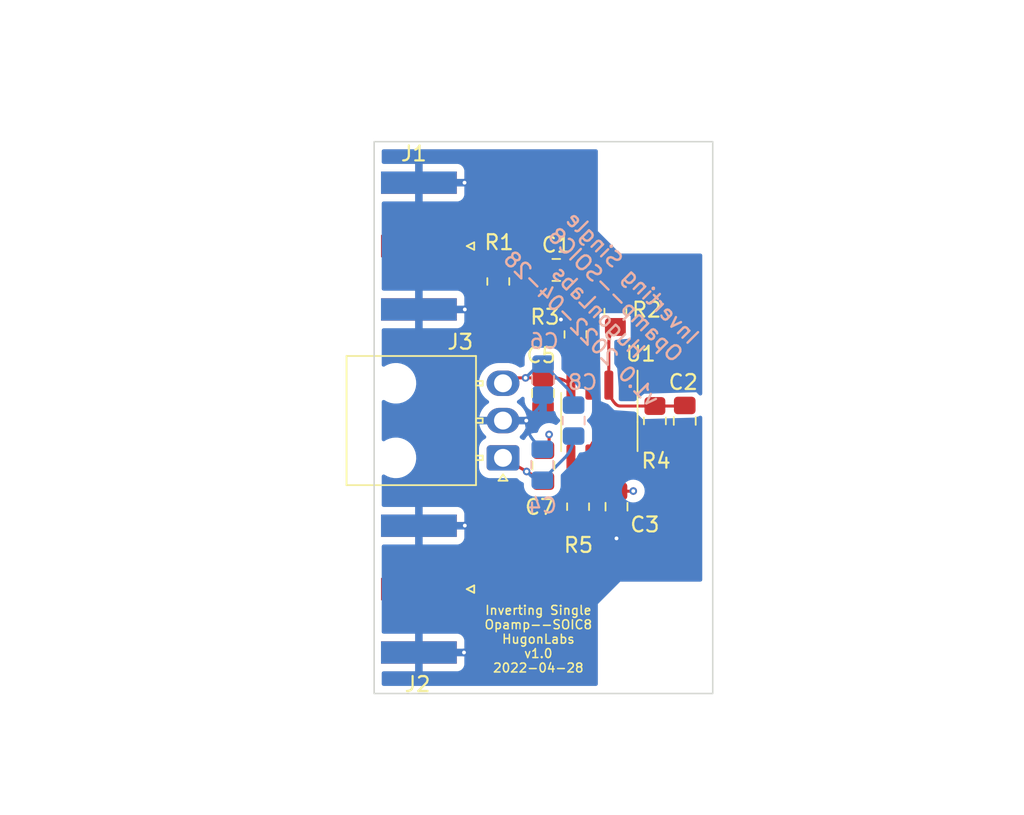
<source format=kicad_pcb>
(kicad_pcb (version 20211014) (generator pcbnew)
  (title_block (title "Inverting Single Opamp -- SOIC8") (date "2022-04-28") (rev "1.0") (company "HugonLabs"))
  (layers (0 "F.Cu" signal) (1 "In1.Cu" power) (2 "In2.Cu" power) (31 "B.Cu" power) (34 "B.Paste" user) (35 "F.Paste" user) (36 "B.SilkS" user "B.Silkscreen") (37 "F.SilkS" user "F.Silkscreen") (38 "B.Mask" user) (39 "F.Mask" user) (44 "Edge.Cuts" user))
  (net 0 "")
  (net 1 "GND")
  (net 2 "+5V")
  (net 3 "-5V")
  (net 7 "/Cblock_Rin")
  (net 8 "/coax_in")
  (net 9 "/inv_in")
  (net 10 "/amp_out")
  (net 11 "/coax_out")
  (net 12 "/non_inv_in")
  (footprint "Resistor_SMD:R_0805_2012Metric_Pad1.20x1.40mm_HandSolder" (layer "F.Cu") (at 155.324989 81.724989 90)
    (fp_text reference "R3" (at 1.175 -2.05 180) (layer "F.SilkS"))
    (fp_text value "R_US")
    (fp_line (start -0.227064 0.735) (end 0.227064 0.735) (layer "F.SilkS") (width 0.12))
    (fp_line (start -0.227064 -0.735) (end 0.227064 -0.735) (layer "F.SilkS") (width 0.12))
    (pad "1" smd roundrect (at -1 0 90) (size 1.2 1.4) (layers "F.Cu" "F.Paste" "F.Mask") (roundrect_rratio 0.208333) (net 12 "/non_inv_in"))
    (pad "2" smd roundrect (at 1 0 90) (size 1.2 1.4) (layers "F.Cu" "F.Paste" "F.Mask") (roundrect_rratio 0.208333) (net 1 "GND"))
  )
  (footprint "Package_SO:SOIC-8_3.9x4.9mm_P1.27mm" (layer "F.Cu") (at 156.924989 87.599989 -90)
    (fp_text reference "U1" (at -4.575 -2.775 180) (layer "F.SilkS"))
    (fp_text value "LT1722xS8")
    (fp_line (start 0 -2.56) (end 1.95 -2.56) (layer "F.SilkS") (width 0.12))
    (fp_line (start 0 2.56) (end -1.95 2.56) (layer "F.SilkS") (width 0.12))
    (fp_line (start 0 2.56) (end 1.95 2.56) (layer "F.SilkS") (width 0.12))
    (fp_line (start 0 -2.56) (end -3.45 -2.56) (layer "F.SilkS") (width 0.12))
    (pad "1" smd roundrect (at -2.475 -1.905 270) (size 1.95 0.6) (layers "F.Cu" "F.Paste" "F.Mask"))
    (pad "2" smd roundrect (at -2.475 -0.635 270) (size 1.95 0.6) (layers "F.Cu" "F.Paste" "F.Mask") (net 9 "/inv_in"))
    (pad "3" smd roundrect (at -2.475 0.635 270) (size 1.95 0.6) (layers "F.Cu" "F.Paste" "F.Mask") (net 12 "/non_inv_in"))
    (pad "4" smd roundrect (at -2.475 1.905 270) (size 1.95 0.6) (layers "F.Cu" "F.Paste" "F.Mask") (net 3 "-5V"))
    (pad "5" smd roundrect (at 2.475 1.905 270) (size 1.95 0.6) (layers "F.Cu" "F.Paste" "F.Mask"))
    (pad "6" smd roundrect (at 2.475 0.635 270) (size 1.95 0.6) (layers "F.Cu" "F.Paste" "F.Mask") (net 10 "/amp_out"))
    (pad "7" smd roundrect (at 2.475 -0.635 270) (size 1.95 0.6) (layers "F.Cu" "F.Paste" "F.Mask") (net 2 "+5V"))
    (pad "8" smd roundrect (at 2.475 -1.905 270) (size 1.95 0.6) (layers "F.Cu" "F.Paste" "F.Mask"))
  )
  (footprint "Capacitor_SMD:C_0805_2012Metric_Pad1.18x1.45mm_HandSolder" (layer "F.Cu") (at 158.074989 93.274989 90)
    (fp_text reference "C3" (at -1.2 1.9 180) (layer "F.SilkS"))
    (fp_text value "0u1")
    (fp_line (start -0.261252 -0.735) (end 0.261252 -0.735) (layer "F.SilkS") (width 0.12))
    (fp_line (start -0.261252 0.735) (end 0.261252 0.735) (layer "F.SilkS") (width 0.12))
    (pad "1" smd roundrect (at -1.0375 0 90) (size 1.175 1.45) (layers "F.Cu" "F.Paste" "F.Mask") (roundrect_rratio 0.212766) (net 1 "GND"))
    (pad "2" smd roundrect (at 1.0375 0 90) (size 1.175 1.45) (layers "F.Cu" "F.Paste" "F.Mask") (roundrect_rratio 0.212766) (net 2 "+5V"))
  )
  (footprint "Capacitor_SMD:C_0805_2012Metric_Pad1.18x1.45mm_HandSolder" (layer "F.Cu") (at 154.0375 77.4)
    (fp_text reference "C1" (at 0 -1.68) (layer "F.SilkS"))
    (fp_text value "C")
    (fp_line (start -0.261252 -0.735) (end 0.261252 -0.735) (layer "F.SilkS") (width 0.12))
    (fp_line (start -0.261252 0.735) (end 0.261252 0.735) (layer "F.SilkS") (width 0.12))
    (pad "1" smd roundrect (at -1.0375 0) (size 1.175 1.45) (layers "F.Cu" "F.Paste" "F.Mask") (roundrect_rratio 0.212766) (net 8 "/coax_in"))
    (pad "2" smd roundrect (at 1.0375 0) (size 1.175 1.45) (layers "F.Cu" "F.Paste" "F.Mask") (roundrect_rratio 0.212766) (net 7 "/Cblock_Rin"))
  )
  (footprint "Capacitor_SMD:C_0805_2012Metric_Pad1.18x1.45mm_HandSolder" (layer "F.Cu") (at 162.649989 87.524989 -90)
    (fp_text reference "C2" (at -2.6 0.1 180) (layer "F.SilkS"))
    (fp_text value "C")
    (fp_line (start -0.261252 -0.735) (end 0.261252 -0.735) (layer "F.SilkS") (width 0.12))
    (fp_line (start -0.261252 0.735) (end 0.261252 0.735) (layer "F.SilkS") (width 0.12))
    (pad "1" smd roundrect (at -1.0375 0 270) (size 1.175 1.45) (layers "F.Cu" "F.Paste" "F.Mask") (roundrect_rratio 0.212766) (net 9 "/inv_in"))
    (pad "2" smd roundrect (at 1.0375 0 270) (size 1.175 1.45) (layers "F.Cu" "F.Paste" "F.Mask") (roundrect_rratio 0.212766) (net 10 "/amp_out"))
  )
  (footprint "Connector_Coaxial:SMA_Amphenol_132289_EdgeMount" (layer "F.Cu") (at 144.824989 75.799989 180)
    (fp_text reference "J1" (at 0.3375 6.2 180) (layer "F.SilkS"))
    (fp_text value "Conn_Coaxial")
    (fp_line (start -3.21 0) (end -3.71 -0.25) (layer "F.SilkS") (width 0.12))
    (fp_line (start -3.71 0.25) (end -3.21 0) (layer "F.SilkS") (width 0.12))
    (fp_line (start -3.71 -0.25) (end -3.71 0.25) (layer "F.SilkS") (width 0.12))
    (pad "1" smd rect locked (at 0 0 270) (size 1.5 5.08) (layers "F.Cu" "F.Paste" "F.Mask") (net 8 "/coax_in"))
    (pad "2" smd rect locked (at 0 -4.25 270) (size 1.5 5.08) (layers "F.Cu" "F.Paste" "F.Mask") (net 1 "GND"))
    (pad "2" smd rect locked (at 0 4.25 270) (size 1.5 5.08) (layers "B.Cu" "B.Paste" "B.Mask") (net 1 "GND"))
    (pad "2" smd rect locked (at 0 -4.25 270) (size 1.5 5.08) (layers "B.Cu" "B.Paste" "B.Mask") (net 1 "GND"))
    (pad "2" smd rect locked (at 0 4.25 270) (size 1.5 5.08) (layers "F.Cu" "F.Paste" "F.Mask") (net 1 "GND"))
  )
  (footprint "Connector_Molex:Molex_Nano-Fit_105313-xx03_1x03_P2.50mm_Horizontal" (layer "F.Cu") (at 150.464989 89.999989 180)
    (fp_text reference "J3" (at 2.865 7.775) (layer "F.SilkS"))
    (fp_text value "Power-NanoFit-01x03")
    (fp_line (start 10.49 -1.83) (end 1.81 -1.83) (layer "F.SilkS") (width 0.12))
    (fp_line (start 1.36 5.15) (end 1.81 5.15) (layer "F.SilkS") (width 0.12))
    (fp_line (start -0.3 -1.534264) (end 0 -1.11) (layer "F.SilkS") (width 0.12))
    (fp_line (start 1.36 2.65) (end 1.81 2.65) (layer "F.SilkS") (width 0.12))
    (fp_line (start 1.81 -1.83) (end 1.81 6.83) (layer "F.SilkS") (width 0.12))
    (fp_line (start 1.81 2.35) (end 1.36 2.35) (layer "F.SilkS") (width 0.12))
    (fp_line (start 1.81 5.15) (end 1.81 4.85) (layer "F.SilkS") (width 0.12))
    (fp_line (start 1.36 -0.15) (end 1.36 0.15) (layer "F.SilkS") (width 0.12))
    (fp_line (start 1.81 4.85) (end 1.36 4.85) (layer "F.SilkS") (width 0.12))
    (fp_line (start 0 -1.11) (end 0.3 -1.534264) (layer "F.SilkS") (width 0.12))
    (fp_line (start 1.81 2.65) (end 1.81 2.35) (layer "F.SilkS") (width 0.12))
    (fp_line (start 1.81 0.15) (end 1.81 -0.15) (layer "F.SilkS") (width 0.12))
    (fp_line (start 1.36 2.35) (end 1.36 2.65) (layer "F.SilkS") (width 0.12))
    (fp_line (start 1.81 6.83) (end 10.49 6.83) (layer "F.SilkS") (width 0.12))
    (fp_line (start 10.49 6.83) (end 10.49 -1.83) (layer "F.SilkS") (width 0.12))
    (fp_line (start 1.36 0.15) (end 1.81 0.15) (layer "F.SilkS") (width 0.12))
    (fp_line (start 0.3 -1.534264) (end -0.3 -1.534264) (layer "F.SilkS") (width 0.12))
    (fp_line (start 1.36 4.85) (end 1.36 5.15) (layer "F.SilkS") (width 0.12))
    (fp_line (start 1.81 -0.15) (end 1.36 -0.15) (layer "F.SilkS") (width 0.12))
    (pad "" np_thru_hole circle locked (at 7.18 0 180) (size 1.7 1.7) (drill 1.7) (layers *.Cu *.Mask))
    (pad "" np_thru_hole circle locked (at 7.18 5 180) (size 1.7 1.7) (drill 1.7) (layers *.Cu *.Mask))
    (pad "1" thru_hole roundrect locked (at 0 0 180) (size 2.2 1.7) (drill 1.2) (layers *.Cu *.Mask) (roundrect_rratio 0.147059) (net 2 "+5V"))
    (pad "2" thru_hole oval locked (at 0 2.5 180) (size 2.2 1.7) (drill 1.2) (layers *.Cu *.Mask) (net 1 "GND"))
    (pad "3" thru_hole oval locked (at 0 5 180) (size 2.2 1.7) (drill 1.2) (layers *.Cu *.Mask) (net 3 "-5V"))
  )
  (footprint "Resistor_SMD:R_0805_2012Metric_Pad1.20x1.40mm_HandSolder" (layer "F.Cu") (at 157.999989 80.224989 -90)
    (fp_text reference "R2" (at -0.15 -2.1 180) (layer "F.SilkS"))
    (fp_text value "R_US")
    (fp_line (start -0.227064 -0.735) (end 0.227064 -0.735) (layer "F.SilkS") (width 0.12))
    (fp_line (start -0.227064 0.735) (end 0.227064 0.735) (layer "F.SilkS") (width 0.12))
    (pad "1" smd roundrect (at -1 0 270) (size 1.2 1.4) (layers "F.Cu" "F.Paste" "F.Mask") (roundrect_rratio 0.208333) (net 7 "/Cblock_Rin"))
    (pad "2" smd roundrect (at 1 0 270) (size 1.2 1.4) (layers "F.Cu" "F.Paste" "F.Mask") (roundrect_rratio 0.208333) (net 9 "/inv_in"))
  )
  (footprint "Connector_Coaxial:SMA_Amphenol_132289_EdgeMount" (layer "F.Cu") (at 144.824989 98.799989 180)
    (fp_text reference "J2" (at 0.0875 -6.375 180) (layer "F.SilkS"))
    (fp_text value "Conn_Coaxial")
    (fp_line (start -3.71 -0.25) (end -3.71 0.25) (layer "F.SilkS") (width 0.12))
    (fp_line (start -3.71 0.25) (end -3.21 0) (layer "F.SilkS") (width 0.12))
    (fp_line (start -3.21 0) (end -3.71 -0.25) (layer "F.SilkS") (width 0.12))
    (pad "1" smd rect locked (at 0 0 270) (size 1.5 5.08) (layers "F.Cu" "F.Paste" "F.Mask") (net 11 "/coax_out"))
    (pad "2" smd rect locked (at 0 4.25 270) (size 1.5 5.08) (layers "B.Cu" "B.Paste" "B.Mask") (net 1 "GND"))
    (pad "2" smd rect locked (at 0 4.25 270) (size 1.5 5.08) (layers "F.Cu" "F.Paste" "F.Mask") (net 1 "GND"))
    (pad "2" smd rect locked (at 0 -4.25 270) (size 1.5 5.08) (layers "B.Cu" "B.Paste" "B.Mask") (net 1 "GND"))
    (pad "2" smd rect locked (at 0 -4.25 270) (size 1.5 5.08) (layers "F.Cu" "F.Paste" "F.Mask") (net 1 "GND"))
  )
  (footprint "Resistor_SMD:R_0805_2012Metric_Pad1.20x1.40mm_HandSolder" (layer "F.Cu") (at 160.649989 87.524989 -90)
    (fp_text reference "R4" (at 2.675 -0.075 180) (layer "F.SilkS"))
    (fp_text value "R_US")
    (fp_line (start -0.227064 0.735) (end 0.227064 0.735) (layer "F.SilkS") (width 0.12))
    (fp_line (start -0.227064 -0.735) (end 0.227064 -0.735) (layer "F.SilkS") (width 0.12))
    (pad "1" smd roundrect (at -1 0 270) (size 1.2 1.4) (layers "F.Cu" "F.Paste" "F.Mask") (roundrect_rratio 0.208333) (net 9 "/inv_in"))
    (pad "2" smd roundrect (at 1 0 270) (size 1.2 1.4) (layers "F.Cu" "F.Paste" "F.Mask") (roundrect_rratio 0.208333) (net 10 "/amp_out"))
  )
  (footprint "Resistor_SMD:R_0805_2012Metric_Pad1.20x1.40mm_HandSolder" (layer "F.Cu") (at 155.499989 93.274989 -90)
    (fp_text reference "R5" (at 2.575 -0.025 180) (layer "F.SilkS"))
    (fp_text value "R_US")
    (fp_line (start -0.227064 -0.735) (end 0.227064 -0.735) (layer "F.SilkS") (width 0.12))
    (fp_line (start -0.227064 0.735) (end 0.227064 0.735) (layer "F.SilkS") (width 0.12))
    (pad "1" smd roundrect (at -1 0 270) (size 1.2 1.4) (layers "F.Cu" "F.Paste" "F.Mask") (roundrect_rratio 0.208333) (net 10 "/amp_out"))
    (pad "2" smd roundrect (at 1 0 270) (size 1.2 1.4) (layers "F.Cu" "F.Paste" "F.Mask") (roundrect_rratio 0.208333) (net 11 "/coax_out"))
  )
  (footprint "Resistor_SMD:R_0805_2012Metric_Pad1.20x1.40mm_HandSolder" (layer "F.Cu") (at 150.15 78.175 90)
    (fp_text reference "R1" (at 2.625 0.05 180) (layer "F.SilkS"))
    (fp_text value "R_US")
    (fp_line (start -0.227064 -0.735) (end 0.227064 -0.735) (layer "F.SilkS") (width 0.12))
    (fp_line (start -0.227064 0.735) (end 0.227064 0.735) (layer "F.SilkS") (width 0.12))
    (pad "1" smd roundrect (at -1 0 90) (size 1.2 1.4) (layers "F.Cu" "F.Paste" "F.Mask") (roundrect_rratio 0.208333) (net 1 "GND"))
    (pad "2" smd roundrect (at 1 0 90) (size 1.2 1.4) (layers "F.Cu" "F.Paste" "F.Mask") (roundrect_rratio 0.208333) (net 8 "/coax_in"))
  )
  (footprint "Capacitor_SMD:C_0805_2012Metric_Pad1.18x1.45mm_HandSolder" (layer "F.Cu") (at 153.149989 85.674989 -90)
    (fp_text reference "C5" (at -2.55 0.125 180) (layer "F.SilkS"))
    (fp_text value "0u1")
    (fp_line (start -0.261252 -0.735) (end 0.261252 -0.735) (layer "F.SilkS") (width 0.12))
    (fp_line (start -0.261252 0.735) (end 0.261252 0.735) (layer "F.SilkS") (width 0.12))
    (pad "1" smd roundrect (at -1.0375 0 270) (size 1.175 1.45) (layers "F.Cu" "F.Paste" "F.Mask") (roundrect_rratio 0.212766) (net 3 "-5V"))
    (pad "2" smd roundrect (at 1.0375 0 270) (size 1.175 1.45) (layers "F.Cu" "F.Paste" "F.Mask") (roundrect_rratio 0.212766) (net 1 "GND"))
  )
  (footprint "MountingHole:MountingHole_3.2mm_M3" (layer "F.Cu") (at 160.824989 72.299989)
    (fp_text reference "REF**" hide)
    (fp_text value "MountingHole_3.2mm_M3")
    (pad "" np_thru_hole circle locked (at 0 0) (size 3.2 3.2) (drill 3.2) (layers *.Cu *.Mask))
  )
  (footprint "Capacitor_SMD:C_0805_2012Metric_Pad1.18x1.45mm_HandSolder" (layer "F.Cu") (at 153.174989 90.524989 -90)
    (fp_text reference "C7" (at 2.775 0.25) (layer "F.SilkS"))
    (fp_text value "0u1")
    (fp_line (start -0.261252 0.735) (end 0.261252 0.735) (layer "F.SilkS") (width 0.12))
    (fp_line (start -0.261252 -0.735) (end 0.261252 -0.735) (layer "F.SilkS") (width 0.12))
    (pad "1" smd roundrect (at -1.0375 0 270) (size 1.175 1.45) (layers "F.Cu" "F.Paste" "F.Mask") (roundrect_rratio 0.212766) (net 3 "-5V"))
    (pad "2" smd roundrect (at 1.0375 0 270) (size 1.175 1.45) (layers "F.Cu" "F.Paste" "F.Mask") (roundrect_rratio 0.212766) (net 2 "+5V"))
  )
  (footprint "MountingHole:MountingHole_3.2mm_M3" (layer "F.Cu") (at 160.824989 102.299989)
    (fp_text reference "REF**" hide)
    (fp_text value "MountingHole_3.2mm_M3")
    (pad "" np_thru_hole circle locked (at 0 0) (size 3.2 3.2) (drill 3.2) (layers F&B.Cu *.Mask))
  )
  (footprint "Capacitor_SMD:C_0805_2012Metric_Pad1.18x1.45mm_HandSolder" (layer "B.Cu") (at 153.099989 90.462489 -90)
    (fp_text reference "C4" (at 2.7375 0 180) (layer "B.SilkS") (effects (justify mirror)))
    (fp_text value "10u")
    (fp_line (start -0.261252 -0.735) (end 0.261252 -0.735) (layer "B.SilkS") (width 0.12))
    (fp_line (start -0.261252 0.735) (end 0.261252 0.735) (layer "B.SilkS") (width 0.12))
    (pad "1" smd roundrect (at -1.0375 0 270) (size 1.175 1.45) (layers "B.Cu" "B.Paste" "B.Mask") (roundrect_rratio 0.212766) (net 1 "GND"))
    (pad "2" smd roundrect (at 1.0375 0 270) (size 1.175 1.45) (layers "B.Cu" "B.Paste" "B.Mask") (roundrect_rratio 0.212766) (net 2 "+5V"))
  )
  (footprint "Capacitor_SMD:C_0805_2012Metric_Pad1.18x1.45mm_HandSolder" (layer "B.Cu") (at 153.149989 84.749989 -90)
    (fp_text reference "C6" (at -2.575 -0.075 180) (layer "B.SilkS") (effects (justify mirror)))
    (fp_text value "10u")
    (fp_line (start -0.261252 0.735) (end 0.261252 0.735) (layer "B.SilkS") (width 0.12))
    (fp_line (start -0.261252 -0.735) (end 0.261252 -0.735) (layer "B.SilkS") (width 0.12))
    (pad "1" smd roundrect (at -1.0375 0 270) (size 1.175 1.45) (layers "B.Cu" "B.Paste" "B.Mask") (roundrect_rratio 0.212766) (net 3 "-5V"))
    (pad "2" smd roundrect (at 1.0375 0 270) (size 1.175 1.45) (layers "B.Cu" "B.Paste" "B.Mask") (roundrect_rratio 0.212766) (net 1 "GND"))
  )
  (footprint "Capacitor_SMD:C_0805_2012Metric_Pad1.18x1.45mm_HandSolder" (layer "B.Cu") (at 155.199989 87.499989 -90)
    (fp_text reference "C8" (at -2.575 -0.6) (layer "B.SilkS") (effects (justify mirror)))
    (fp_text value "10u")
    (fp_line (start -0.261252 -0.735) (end 0.261252 -0.735) (layer "B.SilkS") (width 0.12))
    (fp_line (start -0.261252 0.735) (end 0.261252 0.735) (layer "B.SilkS") (width 0.12))
    (pad "1" smd roundrect (at -1.0375 0 270) (size 1.175 1.45) (layers "B.Cu" "B.Paste" "B.Mask") (roundrect_rratio 0.212766) (net 3 "-5V"))
    (pad "2" smd roundrect (at 1.0375 0 270) (size 1.175 1.45) (layers "B.Cu" "B.Paste" "B.Mask") (roundrect_rratio 0.212766) (net 2 "+5V"))
  )
  (gr_rect locked (start 141.824989 68.799989) (end 164.525 105.799989) (layer "Edge.Cuts") (width 0.1) (fill none))
  (gr_text "Inverting Single\nOpamp--SOIC8\nHugonLabs\nv1.0 2022-04-28" (at 157.424989 79.639989 -45) (layer "B.SilkS") (effects (font (size 1 1) (thickness 0.16)) (justify mirror)))
  (gr_text "Inverting Single\nOpamp--SOIC8\nHugonLabs\nv1.0\n2022-04-28" (at 152.834989 102.149989) (layer "F.SilkS") (effects (font (size 0.6 0.6) (thickness 0.1))))
  (segment (start 155.324989 80.724989) (end 154.349989 80.724989) (width 0.2032) (layer "F.Cu") (net 1))
  (segment (start 148.024989 79.999989) (end 148.158301 79.999989) (width 0.2032) (layer "F.Cu") (net 1))
  (segment (start 158.074989 94.312489) (end 158.074989 95.399989) (width 0.2032) (layer "F.Cu") (net 1))
  (segment (start 144.824989 103.049989) (end 147.849989 103.049989) (width 0.2032) (layer "F.Cu") (net 1))
  (segment (start 152.601137 87.26134) (end 153.149989 86.712489) (width 0.2032) (layer "F.Cu") (net 1))
  (segment (start 150.464989 87.499989) (end 152.024989 87.499989) (width 0.2032) (layer "F.Cu") (net 1))
  (segment (start 147.894989 94.549989) (end 147.904989 94.539989) (width 0.2032) (layer "F.Cu") (net 1))
  (segment (start 144.824989 80.049989) (end 147.904279 80.049989) (width 0.2032) (layer "F.Cu") (net 1))
  (segment (start 144.824989 94.549989) (end 147.894989 94.549989) (width 0.2032) (layer "F.Cu") (net 1))
  (segment (start 144.824989 71.549989) (end 147.884989 71.549989) (width 0.2032) (layer "F.Cu") (net 1))
  (via (at 147.904279 80.049989) (size 0.508) (drill 0.254) (layers "F.Cu" "B.Cu") (net 1))
  (via (at 147.849989 103.049989) (size 0.508) (drill 0.254) (layers "F.Cu" "B.Cu") (net 1))
  (via (at 152.024989 87.499989) (size 0.508) (drill 0.254) (layers "F.Cu" "B.Cu") (net 1))
  (via (at 154.349989 80.724989) (size 0.508) (drill 0.254) (layers "F.Cu" "B.Cu") (net 1))
  (via (at 158.074989 95.399989) (size 0.508) (drill 0.254) (layers "F.Cu" "B.Cu") (net 1))
  (via (at 147.884989 71.549989) (size 0.508) (drill 0.254) (layers "F.Cu" "B.Cu") (net 1))
  (via (at 147.904989 94.539989) (size 0.508) (drill 0.254) (layers "F.Cu" "B.Cu") (net 1))
  (arc (start 148.158301 79.999989) (mid 149.236201 79.785581) (end 150.15 79.175) (width 0.2032) (layer "F.Cu") (net 1))
  (arc (start 152.024989 87.499989) (mid 152.336798 87.437966) (end 152.601137 87.26134) (width 0.2032) (layer "F.Cu") (net 1))
  (arc (start 147.904279 80.049989) (mid 147.969607 80.036994) (end 148.024989 79.999989) (width 0.2032) (layer "F.Cu") (net 1))
  (segment (start 152.62603 88.95103) (end 153.099989 89.424989) (width 0.2032) (layer "B.Cu") (net 1))
  (segment (start 152.734564 86.790414) (end 152.024989 87.499989) (width 0.2032) (layer "B.Cu") (net 1))
  (arc (start 153.149989 85.787489) (mid 153.042024 86.330268) (end 152.734564 86.790414) (width 0.2032) (layer "B.Cu") (net 1))
  (arc (start 152.024989 87.499989) (mid 152.181194 88.285287) (end 152.62603 88.95103) (width 0.2032) (layer "B.Cu") (net 1))
  (segment (start 152.050712 90.914266) (end 150.464989 89.999989) (width 0.2032) (layer "F.Cu") (net 2))
  (segment (start 158.074989 92.237489) (end 159.169812 92.237489) (width 0.2032) (layer "F.Cu") (net 2))
  (segment (start 157.559989 90.074989) (end 157.559989 90.99417) (width 0.2032) (layer "F.Cu") (net 2))
  (segment (start 153.174989 91.562489) (end 152.050712 90.914266) (width 0.2032) (layer "F.Cu") (net 2))
  (via (at 152.050712 90.914266) (size 0.508) (drill 0.254) (layers "F.Cu" "B.Cu") (net 2))
  (via (at 159.199989 92.224989) (size 0.508) (drill 0.254) (layers "F.Cu" "B.Cu") (net 2))
  (arc (start 157.559989 90.99417) (mid 157.693833 91.667049) (end 158.074989 92.237489) (width 0.2032) (layer "F.Cu") (net 2))
  (arc (start 159.169812 92.237489) (mid 159.186144 92.23424) (end 159.199989 92.224989) (width 0.2032) (layer "F.Cu") (net 2))
  (segment (start 154.590109 90.009868) (end 153.099989 91.499989) (width 0.2032) (layer "B.Cu") (net 2))
  (segment (start 152.308653 91.172207) (end 152.050712 90.914266) (width 0.2032) (layer "B.Cu") (net 2))
  (arc (start 153.099989 91.499989) (mid 152.671721 91.414801) (end 152.308653 91.172207) (width 0.2032) (layer "B.Cu") (net 2))
  (arc (start 155.199989 88.537489) (mid 155.041486 89.334335) (end 154.590109 90.009868) (width 0.2032) (layer "B.Cu") (net 2))
  (segment (start 151.977489 84.637489) (end 153.149989 84.637489) (width 0.2032) (layer "F.Cu") (net 3))
  (segment (start 151.340141 84.637489) (end 151.977489 84.637489) (width 0.2032) (layer "F.Cu") (net 3))
  (segment (start 153.174989 89.487489) (end 153.554989 89.487489) (width 0.2032) (layer "F.Cu") (net 3))
  (segment (start 153.554989 89.487489) (end 153.554989 88.431589) (width 0.2032) (layer "F.Cu") (net 3))
  (segment (start 153.149989 84.637489) (end 153.84306 84.637489) (width 0.2032) (layer "F.Cu") (net 3))
  (via (at 151.977489 84.637489) (size 0.508) (drill 0.254) (layers "F.Cu" "B.Cu") (net 3))
  (via (at 153.554989 88.431589) (size 0.508) (drill 0.254) (layers "F.Cu" "B.Cu") (net 3))
  (arc (start 153.84306 84.637489) (mid 154.480009 84.764186) (end 155.019989 85.124989) (width 0.2032) (layer "F.Cu") (net 3))
  (arc (start 150.464989 84.999989) (mid 150.866512 84.7317) (end 151.340141 84.637489) (width 0.2032) (layer "F.Cu") (net 3))
  (segment (start 152.72748 83.887498) (end 151.977489 84.637489) (width 0.2032) (layer "B.Cu") (net 3))
  (segment (start 154.705014 85.267515) (end 153.149989 83.712489) (width 0.2032) (layer "B.Cu") (net 3))
  (arc (start 153.149989 83.712489) (mid 152.921329 83.757972) (end 152.72748 83.887498) (width 0.2032) (layer "B.Cu") (net 3))
  (arc (start 155.199989 86.462489) (mid 155.071349 85.815774) (end 154.705014 85.267515) (width 0.2032) (layer "B.Cu") (net 3))
  (segment (start 156.952818 78.177817) (end 157.999989 79.224989) (width 0.2032) (layer "F.Cu") (net 7))
  (arc (start 155.075 77.4) (mid 156.091268 77.602148) (end 156.952818 78.177817) (width 0.2032) (layer "F.Cu") (net 7))
  (segment (start 150.15 77.175) (end 152.456802 77.175) (width 0.2032) (layer "F.Cu") (net 8))
  (segment (start 144.824989 75.799989) (end 146.83043 75.799989) (width 0.2032) (layer "F.Cu") (net 8))
  (arc (start 152.456802 77.175) (mid 152.750778 77.233476) (end 153 77.4) (width 0.2032) (layer "F.Cu") (net 8))
  (arc (start 146.83043 75.799989) (mid 148.626968 76.157343) (end 150.15 77.175) (width 0.2032) (layer "F.Cu") (net 8))
  (segment (start 160.649989 86.524989) (end 162.559456 86.524989) (width 0.2032) (layer "F.Cu") (net 9))
  (segment (start 157.559989 85.124989) (end 157.559989 85.27738) (width 0.2032) (layer "F.Cu") (net 9))
  (segment (start 157.559989 82.287242) (end 157.559989 85.124989) (width 0.2032) (layer "F.Cu") (net 9))
  (segment (start 158.326765 86.524989) (end 160.649989 86.524989) (width 0.2032) (layer "F.Cu") (net 9))
  (arc (start 157.999989 81.224989) (mid 157.674341 81.712354) (end 157.559989 82.287242) (width 0.2032) (layer "F.Cu") (net 9))
  (arc (start 162.559456 86.524989) (mid 162.608452 86.515243) (end 162.649989 86.487489) (width 0.2032) (layer "F.Cu") (net 9))
  (arc (start 158.024989 86.399989) (mid 158.163445 86.492502) (end 158.326765 86.524989) (width 0.2032) (layer "F.Cu") (net 9))
  (arc (start 157.559989 85.27738) (mid 157.680839 85.884931) (end 158.024989 86.399989) (width 0.2032) (layer "F.Cu") (net 9))
  (segment (start 156.289989 90.074989) (end 156.289989 89.60875) (width 0.2032) (layer "F.Cu") (net 10))
  (segment (start 156.289989 90.074989) (end 156.289989 90.367761) (width 0.2032) (layer "F.Cu") (net 10))
  (segment (start 160.649989 88.524989) (end 162.559456 88.524989) (width 0.2032) (layer "F.Cu") (net 10))
  (segment (start 157.288897 88.524989) (end 160.649989 88.524989) (width 0.2032) (layer "F.Cu") (net 10))
  (arc (start 162.559456 88.524989) (mid 162.608452 88.534735) (end 162.649989 88.562489) (width 0.2032) (layer "F.Cu") (net 10))
  (arc (start 156.289989 89.60875) (mid 156.377053 89.171052) (end 156.624989 88.799989) (width 0.2032) (layer "F.Cu") (net 10))
  (arc (start 156.289989 90.367761) (mid 156.084674 91.399945) (end 155.499989 92.274989) (width 0.2032) (layer "F.Cu") (net 10))
  (arc (start 156.624989 88.799989) (mid 156.929592 88.596459) (end 157.288897 88.524989) (width 0.2032) (layer "F.Cu") (net 10))
  (segment (start 155.323695 94.451282) (end 155.499989 94.274989) (width 0.2032) (layer "F.Cu") (net 11))
  (segment (start 155.499989 94.274989) (end 155.323696 94.451282) (width 0.2032) (layer "F.Cu") (net 11))
  (arc (start 144.824989 98.799989) (mid 150.506848 97.669797) (end 155.323695 94.451282) (width 0.2032) (layer "F.Cu") (net 11))
  (segment (start 156.289989 85.124989) (end 156.289989 85.054705) (width 0.2032) (layer "F.Cu") (net 12))
  (arc (start 156.289989 85.054705) (mid 156.039194 83.793872) (end 155.324989 82.724989) (width 0.2032) (layer "F.Cu") (net 12))
  (zone (net 0) (net_name "") (layers "In1.Cu" "In2.Cu" "B.Cu") (name "Inverting input fill exclusion") (connect_pads (clearance 0)) (min_thickness 0.254)
    (keepout (tracks not_allowed) (vias not_allowed) (pads not_allowed) (copperpour not_allowed) (footprints not_allowed))
    (fill (thermal_gap 0.508) (thermal_bridge_width 0.508))
    (polygon (pts (xy 159.024989 80.499989) (xy 159.024989 81.999989) (xy 157.924989 82.099989) (xy 157.924989 83.699989) (xy 158.124989 83.999989) (xy 158.224989 85.299989) (xy 158.224989 86.199989) (xy 159.324989 86.199989) (xy 159.924989 85.699989) (xy 163.424989 85.599989) (xy 163.624989 85.799989) (xy 163.624989 87.199989) (xy 163.324989 87.299989) (xy 159.824989 87.399989) (xy 159.324989 86.899989) (xy 157.924989 86.799989) (xy 157.524989 86.399989) (xy 157.024989 86.199989) (xy 156.924989 80.399989) (xy 157.024989 80.299989) (xy 158.724989 80.299989)))
  )
  (zone (net 1) (net_name "GND") (layer "B.Cu") (connect_pads (clearance 0.508)) (min_thickness 0.254) (fill yes (thermal_gap 0.508) (thermal_bridge_width 0.508))
    (polygon (pts (xy 156.824989 74.799989) (xy 158.324989 76.299989) (xy 163.824989 76.299989) (xy 163.824989 98.299989) (xy 158.324989 98.299989) (xy 156.824989 99.799989) (xy 156.824989 105.299989) (xy 142.324989 105.299989) (xy 142.324989 69.299989) (xy 156.824989 69.299989)))
  )
)
</source>
